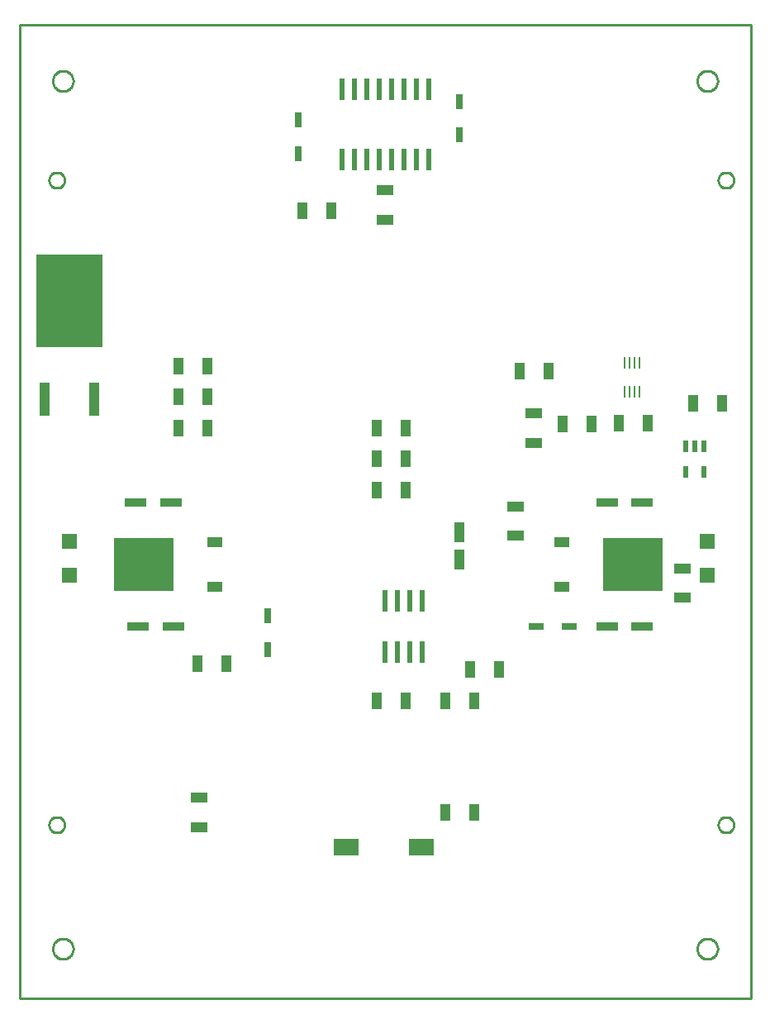
<source format=gbr>
G04 EAGLE Gerber RS-274X export*
G75*
%MOMM*%
%FSLAX34Y34*%
%LPD*%
%INSolderpaste Top*%
%IPPOS*%
%AMOC8*
5,1,8,0,0,1.08239X$1,22.5*%
G01*
%ADD10R,6.200000X5.400000*%
%ADD11R,1.600000X1.000000*%
%ADD12R,1.120000X1.800000*%
%ADD13R,1.800000X1.120000*%
%ADD14R,1.500000X1.500000*%
%ADD15R,1.000000X3.400000*%
%ADD16R,6.800000X9.600000*%
%ADD17R,1.600000X0.800000*%
%ADD18R,0.800000X1.600000*%
%ADD19R,0.600000X2.200000*%
%ADD20R,1.000000X2.000000*%
%ADD21R,0.550000X1.200000*%
%ADD22R,0.279400X1.270000*%
%ADD23R,2.540000X1.651000*%
%ADD24R,2.300000X0.900000*%
%ADD25C,0.254000*%


D10*
X127400Y444500D03*
D11*
X200400Y421700D03*
X200400Y467300D03*
D10*
X628250Y444500D03*
D11*
X555250Y467300D03*
X555250Y421700D03*
D12*
X395900Y584200D03*
X366100Y584200D03*
X395900Y552450D03*
X366100Y552450D03*
X395900Y520700D03*
X366100Y520700D03*
X192700Y647700D03*
X162900Y647700D03*
X192700Y615950D03*
X162900Y615950D03*
X192700Y584200D03*
X162900Y584200D03*
X586400Y588010D03*
X556600Y588010D03*
X613750Y589280D03*
X643550Y589280D03*
D13*
X679450Y410550D03*
X679450Y440350D03*
D12*
X435950Y190500D03*
X465750Y190500D03*
X211750Y342900D03*
X181950Y342900D03*
D13*
X184150Y205400D03*
X184150Y175600D03*
D14*
X50800Y468350D03*
X50800Y433350D03*
X704850Y433350D03*
X704850Y468350D03*
D15*
X25400Y613450D03*
X76200Y613450D03*
D16*
X50800Y714450D03*
D17*
X529100Y381000D03*
X563100Y381000D03*
D18*
X254000Y391650D03*
X254000Y357650D03*
D19*
X330200Y859350D03*
X342900Y859350D03*
X355600Y859350D03*
X368300Y859350D03*
X381000Y859350D03*
X393700Y859350D03*
X406400Y859350D03*
X419100Y859350D03*
X419100Y931350D03*
X406400Y931350D03*
X393700Y931350D03*
X381000Y931350D03*
X368300Y931350D03*
X355600Y931350D03*
X342900Y931350D03*
X330200Y931350D03*
D18*
X285750Y865650D03*
X285750Y899650D03*
X450850Y884700D03*
X450850Y918700D03*
D13*
X374650Y827700D03*
X374650Y797900D03*
D12*
X319700Y806450D03*
X289900Y806450D03*
X465750Y304800D03*
X435950Y304800D03*
X395900Y304800D03*
X366100Y304800D03*
D20*
X450850Y449300D03*
X450850Y477800D03*
D21*
X701650Y565450D03*
X692150Y565450D03*
X682650Y565450D03*
X682650Y539450D03*
X701650Y539450D03*
D13*
X527050Y569300D03*
X527050Y599100D03*
D12*
X541950Y642620D03*
X512150Y642620D03*
D19*
X412750Y407000D03*
X400050Y407000D03*
X387350Y407000D03*
X374650Y407000D03*
X374650Y355000D03*
X387350Y355000D03*
X400050Y355000D03*
X412750Y355000D03*
D12*
X689950Y609600D03*
X719750Y609600D03*
D13*
X508000Y503850D03*
X508000Y474050D03*
D12*
X461350Y336550D03*
X491150Y336550D03*
D22*
X635120Y650732D03*
X630040Y650732D03*
X624960Y650732D03*
X619880Y650732D03*
X619880Y621268D03*
X624960Y621268D03*
X630040Y621268D03*
X635120Y621268D03*
D23*
X335049Y154564D03*
X412145Y154564D03*
D24*
X602000Y381000D03*
X638000Y381000D03*
X602000Y508000D03*
X638000Y508000D03*
X155000Y508000D03*
X119000Y508000D03*
X157700Y381000D03*
X121700Y381000D03*
D25*
X0Y0D02*
X749300Y0D01*
X749300Y996950D01*
X0Y996950D01*
X0Y0D01*
X731900Y177407D02*
X731823Y176625D01*
X731670Y175854D01*
X731441Y175102D01*
X731141Y174375D01*
X730770Y173682D01*
X730333Y173029D01*
X729835Y172421D01*
X729279Y171865D01*
X728671Y171367D01*
X728018Y170930D01*
X727325Y170559D01*
X726598Y170259D01*
X725846Y170030D01*
X725075Y169877D01*
X724293Y169800D01*
X723507Y169800D01*
X722725Y169877D01*
X721954Y170030D01*
X721202Y170259D01*
X720475Y170559D01*
X719782Y170930D01*
X719129Y171367D01*
X718521Y171865D01*
X717965Y172421D01*
X717467Y173029D01*
X717030Y173682D01*
X716659Y174375D01*
X716359Y175102D01*
X716130Y175854D01*
X715977Y176625D01*
X715900Y177407D01*
X715900Y178193D01*
X715977Y178975D01*
X716130Y179746D01*
X716359Y180498D01*
X716659Y181225D01*
X717030Y181918D01*
X717467Y182571D01*
X717965Y183179D01*
X718521Y183735D01*
X719129Y184233D01*
X719782Y184670D01*
X720475Y185041D01*
X721202Y185341D01*
X721954Y185570D01*
X722725Y185723D01*
X723507Y185800D01*
X724293Y185800D01*
X725075Y185723D01*
X725846Y185570D01*
X726598Y185341D01*
X727325Y185041D01*
X728018Y184670D01*
X728671Y184233D01*
X729279Y183735D01*
X729835Y183179D01*
X730333Y182571D01*
X730770Y181918D01*
X731141Y181225D01*
X731441Y180498D01*
X731670Y179746D01*
X731823Y178975D01*
X731900Y178193D01*
X731900Y177407D01*
X46100Y177407D02*
X46023Y176625D01*
X45870Y175854D01*
X45641Y175102D01*
X45341Y174375D01*
X44970Y173682D01*
X44533Y173029D01*
X44035Y172421D01*
X43479Y171865D01*
X42871Y171367D01*
X42218Y170930D01*
X41525Y170559D01*
X40798Y170259D01*
X40046Y170030D01*
X39275Y169877D01*
X38493Y169800D01*
X37707Y169800D01*
X36925Y169877D01*
X36154Y170030D01*
X35402Y170259D01*
X34675Y170559D01*
X33982Y170930D01*
X33329Y171367D01*
X32721Y171865D01*
X32165Y172421D01*
X31667Y173029D01*
X31230Y173682D01*
X30859Y174375D01*
X30559Y175102D01*
X30330Y175854D01*
X30177Y176625D01*
X30100Y177407D01*
X30100Y178193D01*
X30177Y178975D01*
X30330Y179746D01*
X30559Y180498D01*
X30859Y181225D01*
X31230Y181918D01*
X31667Y182571D01*
X32165Y183179D01*
X32721Y183735D01*
X33329Y184233D01*
X33982Y184670D01*
X34675Y185041D01*
X35402Y185341D01*
X36154Y185570D01*
X36925Y185723D01*
X37707Y185800D01*
X38493Y185800D01*
X39275Y185723D01*
X40046Y185570D01*
X40798Y185341D01*
X41525Y185041D01*
X42218Y184670D01*
X42871Y184233D01*
X43479Y183735D01*
X44035Y183179D01*
X44533Y182571D01*
X44970Y181918D01*
X45341Y181225D01*
X45641Y180498D01*
X45870Y179746D01*
X46023Y178975D01*
X46100Y178193D01*
X46100Y177407D01*
X46100Y837807D02*
X46023Y837025D01*
X45870Y836254D01*
X45641Y835502D01*
X45341Y834775D01*
X44970Y834082D01*
X44533Y833429D01*
X44035Y832821D01*
X43479Y832265D01*
X42871Y831767D01*
X42218Y831330D01*
X41525Y830959D01*
X40798Y830659D01*
X40046Y830430D01*
X39275Y830277D01*
X38493Y830200D01*
X37707Y830200D01*
X36925Y830277D01*
X36154Y830430D01*
X35402Y830659D01*
X34675Y830959D01*
X33982Y831330D01*
X33329Y831767D01*
X32721Y832265D01*
X32165Y832821D01*
X31667Y833429D01*
X31230Y834082D01*
X30859Y834775D01*
X30559Y835502D01*
X30330Y836254D01*
X30177Y837025D01*
X30100Y837807D01*
X30100Y838593D01*
X30177Y839375D01*
X30330Y840146D01*
X30559Y840898D01*
X30859Y841625D01*
X31230Y842318D01*
X31667Y842971D01*
X32165Y843579D01*
X32721Y844135D01*
X33329Y844633D01*
X33982Y845070D01*
X34675Y845441D01*
X35402Y845741D01*
X36154Y845970D01*
X36925Y846123D01*
X37707Y846200D01*
X38493Y846200D01*
X39275Y846123D01*
X40046Y845970D01*
X40798Y845741D01*
X41525Y845441D01*
X42218Y845070D01*
X42871Y844633D01*
X43479Y844135D01*
X44035Y843579D01*
X44533Y842971D01*
X44970Y842318D01*
X45341Y841625D01*
X45641Y840898D01*
X45870Y840146D01*
X46023Y839375D01*
X46100Y838593D01*
X46100Y837807D01*
X731900Y837807D02*
X731823Y837025D01*
X731670Y836254D01*
X731441Y835502D01*
X731141Y834775D01*
X730770Y834082D01*
X730333Y833429D01*
X729835Y832821D01*
X729279Y832265D01*
X728671Y831767D01*
X728018Y831330D01*
X727325Y830959D01*
X726598Y830659D01*
X725846Y830430D01*
X725075Y830277D01*
X724293Y830200D01*
X723507Y830200D01*
X722725Y830277D01*
X721954Y830430D01*
X721202Y830659D01*
X720475Y830959D01*
X719782Y831330D01*
X719129Y831767D01*
X718521Y832265D01*
X717965Y832821D01*
X717467Y833429D01*
X717030Y834082D01*
X716659Y834775D01*
X716359Y835502D01*
X716130Y836254D01*
X715977Y837025D01*
X715900Y837807D01*
X715900Y838593D01*
X715977Y839375D01*
X716130Y840146D01*
X716359Y840898D01*
X716659Y841625D01*
X717030Y842318D01*
X717467Y842971D01*
X717965Y843579D01*
X718521Y844135D01*
X719129Y844633D01*
X719782Y845070D01*
X720475Y845441D01*
X721202Y845741D01*
X721954Y845970D01*
X722725Y846123D01*
X723507Y846200D01*
X724293Y846200D01*
X725075Y846123D01*
X725846Y845970D01*
X726598Y845741D01*
X727325Y845441D01*
X728018Y845070D01*
X728671Y844633D01*
X729279Y844135D01*
X729835Y843579D01*
X730333Y842971D01*
X730770Y842318D01*
X731141Y841625D01*
X731441Y840898D01*
X731670Y840146D01*
X731823Y839375D01*
X731900Y838593D01*
X731900Y837807D01*
X54950Y939387D02*
X54885Y938565D01*
X54756Y937750D01*
X54564Y936948D01*
X54309Y936163D01*
X53993Y935401D01*
X53618Y934666D01*
X53187Y933962D01*
X52702Y933295D01*
X52166Y932667D01*
X51583Y932084D01*
X50956Y931548D01*
X50288Y931063D01*
X49584Y930632D01*
X48849Y930257D01*
X48087Y929941D01*
X47302Y929686D01*
X46500Y929494D01*
X45685Y929365D01*
X44863Y929300D01*
X44037Y929300D01*
X43215Y929365D01*
X42400Y929494D01*
X41598Y929686D01*
X40813Y929941D01*
X40051Y930257D01*
X39316Y930632D01*
X38612Y931063D01*
X37945Y931548D01*
X37317Y932084D01*
X36734Y932667D01*
X36198Y933295D01*
X35713Y933962D01*
X35282Y934666D01*
X34907Y935401D01*
X34591Y936163D01*
X34336Y936948D01*
X34144Y937750D01*
X34015Y938565D01*
X33950Y939387D01*
X33950Y940213D01*
X34015Y941035D01*
X34144Y941850D01*
X34336Y942652D01*
X34591Y943437D01*
X34907Y944199D01*
X35282Y944934D01*
X35713Y945638D01*
X36198Y946306D01*
X36734Y946933D01*
X37317Y947516D01*
X37945Y948052D01*
X38612Y948537D01*
X39316Y948968D01*
X40051Y949343D01*
X40813Y949659D01*
X41598Y949914D01*
X42400Y950106D01*
X43215Y950235D01*
X44037Y950300D01*
X44863Y950300D01*
X45685Y950235D01*
X46500Y950106D01*
X47302Y949914D01*
X48087Y949659D01*
X48849Y949343D01*
X49584Y948968D01*
X50288Y948537D01*
X50956Y948052D01*
X51583Y947516D01*
X52166Y946933D01*
X52702Y946306D01*
X53187Y945638D01*
X53618Y944934D01*
X53993Y944199D01*
X54309Y943437D01*
X54564Y942652D01*
X54756Y941850D01*
X54885Y941035D01*
X54950Y940213D01*
X54950Y939387D01*
X715350Y939387D02*
X715285Y938565D01*
X715156Y937750D01*
X714964Y936948D01*
X714709Y936163D01*
X714393Y935401D01*
X714018Y934666D01*
X713587Y933962D01*
X713102Y933295D01*
X712566Y932667D01*
X711983Y932084D01*
X711356Y931548D01*
X710688Y931063D01*
X709984Y930632D01*
X709249Y930257D01*
X708487Y929941D01*
X707702Y929686D01*
X706900Y929494D01*
X706085Y929365D01*
X705263Y929300D01*
X704437Y929300D01*
X703615Y929365D01*
X702800Y929494D01*
X701998Y929686D01*
X701213Y929941D01*
X700451Y930257D01*
X699716Y930632D01*
X699012Y931063D01*
X698345Y931548D01*
X697717Y932084D01*
X697134Y932667D01*
X696598Y933295D01*
X696113Y933962D01*
X695682Y934666D01*
X695307Y935401D01*
X694991Y936163D01*
X694736Y936948D01*
X694544Y937750D01*
X694415Y938565D01*
X694350Y939387D01*
X694350Y940213D01*
X694415Y941035D01*
X694544Y941850D01*
X694736Y942652D01*
X694991Y943437D01*
X695307Y944199D01*
X695682Y944934D01*
X696113Y945638D01*
X696598Y946306D01*
X697134Y946933D01*
X697717Y947516D01*
X698345Y948052D01*
X699012Y948537D01*
X699716Y948968D01*
X700451Y949343D01*
X701213Y949659D01*
X701998Y949914D01*
X702800Y950106D01*
X703615Y950235D01*
X704437Y950300D01*
X705263Y950300D01*
X706085Y950235D01*
X706900Y950106D01*
X707702Y949914D01*
X708487Y949659D01*
X709249Y949343D01*
X709984Y948968D01*
X710688Y948537D01*
X711356Y948052D01*
X711983Y947516D01*
X712566Y946933D01*
X713102Y946306D01*
X713587Y945638D01*
X714018Y944934D01*
X714393Y944199D01*
X714709Y943437D01*
X714964Y942652D01*
X715156Y941850D01*
X715285Y941035D01*
X715350Y940213D01*
X715350Y939387D01*
X54950Y50387D02*
X54885Y49565D01*
X54756Y48750D01*
X54564Y47948D01*
X54309Y47163D01*
X53993Y46401D01*
X53618Y45666D01*
X53187Y44962D01*
X52702Y44295D01*
X52166Y43667D01*
X51583Y43084D01*
X50956Y42548D01*
X50288Y42063D01*
X49584Y41632D01*
X48849Y41257D01*
X48087Y40941D01*
X47302Y40686D01*
X46500Y40494D01*
X45685Y40365D01*
X44863Y40300D01*
X44037Y40300D01*
X43215Y40365D01*
X42400Y40494D01*
X41598Y40686D01*
X40813Y40941D01*
X40051Y41257D01*
X39316Y41632D01*
X38612Y42063D01*
X37945Y42548D01*
X37317Y43084D01*
X36734Y43667D01*
X36198Y44295D01*
X35713Y44962D01*
X35282Y45666D01*
X34907Y46401D01*
X34591Y47163D01*
X34336Y47948D01*
X34144Y48750D01*
X34015Y49565D01*
X33950Y50387D01*
X33950Y51213D01*
X34015Y52035D01*
X34144Y52850D01*
X34336Y53652D01*
X34591Y54437D01*
X34907Y55199D01*
X35282Y55934D01*
X35713Y56638D01*
X36198Y57306D01*
X36734Y57933D01*
X37317Y58516D01*
X37945Y59052D01*
X38612Y59537D01*
X39316Y59968D01*
X40051Y60343D01*
X40813Y60659D01*
X41598Y60914D01*
X42400Y61106D01*
X43215Y61235D01*
X44037Y61300D01*
X44863Y61300D01*
X45685Y61235D01*
X46500Y61106D01*
X47302Y60914D01*
X48087Y60659D01*
X48849Y60343D01*
X49584Y59968D01*
X50288Y59537D01*
X50956Y59052D01*
X51583Y58516D01*
X52166Y57933D01*
X52702Y57306D01*
X53187Y56638D01*
X53618Y55934D01*
X53993Y55199D01*
X54309Y54437D01*
X54564Y53652D01*
X54756Y52850D01*
X54885Y52035D01*
X54950Y51213D01*
X54950Y50387D01*
X715350Y50387D02*
X715285Y49565D01*
X715156Y48750D01*
X714964Y47948D01*
X714709Y47163D01*
X714393Y46401D01*
X714018Y45666D01*
X713587Y44962D01*
X713102Y44295D01*
X712566Y43667D01*
X711983Y43084D01*
X711356Y42548D01*
X710688Y42063D01*
X709984Y41632D01*
X709249Y41257D01*
X708487Y40941D01*
X707702Y40686D01*
X706900Y40494D01*
X706085Y40365D01*
X705263Y40300D01*
X704437Y40300D01*
X703615Y40365D01*
X702800Y40494D01*
X701998Y40686D01*
X701213Y40941D01*
X700451Y41257D01*
X699716Y41632D01*
X699012Y42063D01*
X698345Y42548D01*
X697717Y43084D01*
X697134Y43667D01*
X696598Y44295D01*
X696113Y44962D01*
X695682Y45666D01*
X695307Y46401D01*
X694991Y47163D01*
X694736Y47948D01*
X694544Y48750D01*
X694415Y49565D01*
X694350Y50387D01*
X694350Y51213D01*
X694415Y52035D01*
X694544Y52850D01*
X694736Y53652D01*
X694991Y54437D01*
X695307Y55199D01*
X695682Y55934D01*
X696113Y56638D01*
X696598Y57306D01*
X697134Y57933D01*
X697717Y58516D01*
X698345Y59052D01*
X699012Y59537D01*
X699716Y59968D01*
X700451Y60343D01*
X701213Y60659D01*
X701998Y60914D01*
X702800Y61106D01*
X703615Y61235D01*
X704437Y61300D01*
X705263Y61300D01*
X706085Y61235D01*
X706900Y61106D01*
X707702Y60914D01*
X708487Y60659D01*
X709249Y60343D01*
X709984Y59968D01*
X710688Y59537D01*
X711356Y59052D01*
X711983Y58516D01*
X712566Y57933D01*
X713102Y57306D01*
X713587Y56638D01*
X714018Y55934D01*
X714393Y55199D01*
X714709Y54437D01*
X714964Y53652D01*
X715156Y52850D01*
X715285Y52035D01*
X715350Y51213D01*
X715350Y50387D01*
M02*

</source>
